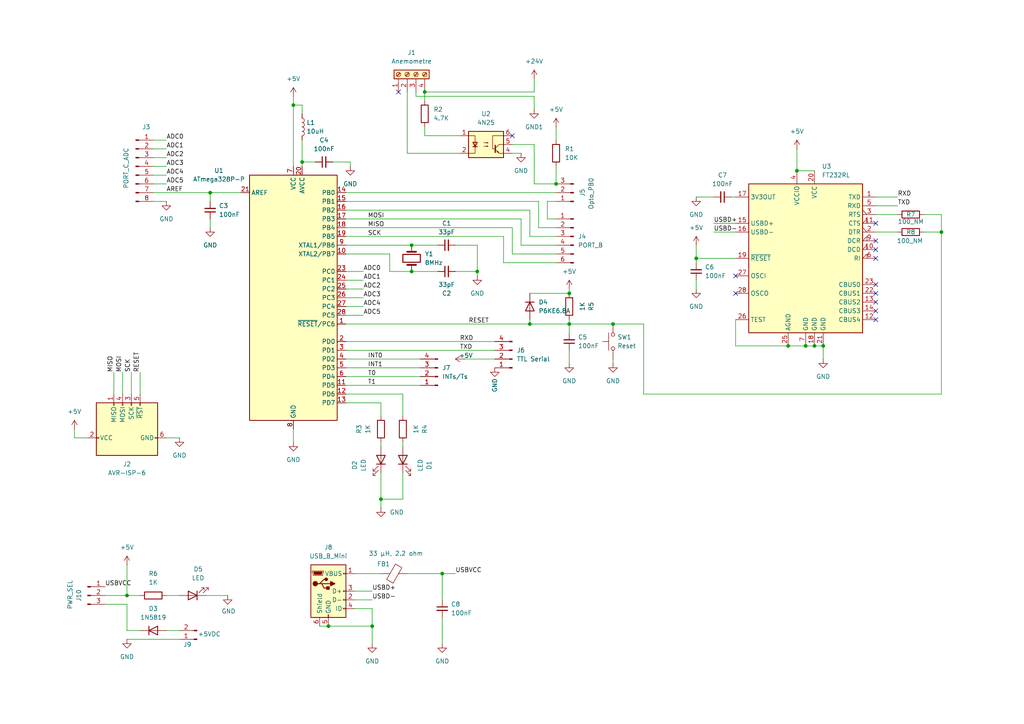
<source format=kicad_sch>
(kicad_sch (version 20250114) (generator "eeschema") (generator_version "9.0")
  (paper "A4")
  (lib_symbols
    (symbol "Connector:AVR-ISP-6" (pin_names (offset 1.016))
      (property "Reference" "J" (at -6.35 11.43 0))
      (property "Value" "AVR-ISP-6" (at 0 11.43 0))
      (symbol "AVR-ISP-6_1_1"
        (pin passive line (at -2.54 12.7 270) (length 2.54) (name "VCC") (number "2"))
        (pin passive line (at -2.54 -10.16 90) (length 2.54) (name "GND") (number "6"))
        (pin passive line (at 10.16 5.08 180) (length 2.54) (name "MISO") (number "1"))
        (pin passive line (at 10.16 2.54 180) (length 2.54) (name "MOSI") (number "4"))
        (pin passive line (at 10.16 0 180) (length 2.54) (name "SCK") (number "3"))
        (pin passive line (at 10.16 -2.54 180) (length 2.54) (name "~{RST}") (number "5"))
      )
    )
    (symbol "Connector:Conn_01x02_Pin" (pin_names (offset 1.016) (hide yes))
      (property "Reference" "J" (at 0 2.54 0))
      (property "Value" "Conn_01x02_Pin" (at 0 -5.08 0))
      (symbol "Conn_01x02_Pin_1_1"
        (pin passive line (at 5.08 0 180) (length 3.81) (name "Pin_1") (number "1"))
        (pin passive line (at 5.08 -2.54 180) (length 3.81) (name "Pin_2") (number "2"))
      )
    )
    (symbol "Connector:Conn_01x03_Pin" (pin_names (offset 1.016) (hide yes))
      (property "Reference" "J" (at 0 5.08 0))
      (property "Value" "Conn_01x03_Pin" (at 0 -5.08 0))
      (symbol "Conn_01x03_Pin_1_1"
        (pin passive line (at 5.08 2.54 180) (length 3.81) (name "Pin_1") (number "1"))
        (pin passive line (at 5.08 0 180) (length 3.81) (name "Pin_2") (number "2"))
        (pin passive line (at 5.08 -2.54 180) (length 3.81) (name "Pin_3") (number "3"))
      )
    )
    (symbol "Connector:Conn_01x04_Pin" (pin_names (offset 1.016) (hide yes))
      (property "Reference" "J" (at 0 5.08 0))
      (property "Value" "Conn_01x04_Pin" (at 0 -7.62 0))
      (symbol "Conn_01x04_Pin_1_1"
        (pin passive line (at 5.08 2.54 180) (length 3.81) (name "Pin_1") (number "1"))
        (pin passive line (at 5.08 0 180) (length 3.81) (name "Pin_2") (number "2"))
        (pin passive line (at 5.08 -2.54 180) (length 3.81) (name "Pin_3") (number "3"))
        (pin passive line (at 5.08 -5.08 180) (length 3.81) (name "Pin_4") (number "4"))
      )
    )
    (symbol "Connector:Conn_01x06_Pin" (pin_names (offset 1.016) (hide yes))
      (property "Reference" "J" (at 0 7.62 0))
      (property "Value" "Conn_01x06_Pin" (at 0 -10.16 0))
      (symbol "Conn_01x06_Pin_1_1"
        (pin passive line (at 5.08 5.08 180) (length 3.81) (name "Pin_1") (number "1"))
        (pin passive line (at 5.08 2.54 180) (length 3.81) (name "Pin_2") (number "2"))
        (pin passive line (at 5.08 0 180) (length 3.81) (name "Pin_3") (number "3"))
        (pin passive line (at 5.08 -2.54 180) (length 3.81) (name "Pin_4") (number "4"))
        (pin passive line (at 5.08 -5.08 180) (length 3.81) (name "Pin_5") (number "5"))
        (pin passive line (at 5.08 -7.62 180) (length 3.81) (name "Pin_6") (number "6"))
      )
    )
    (symbol "Connector:Conn_01x08_Pin" (pin_names (offset 1.016) (hide yes))
      (property "Reference" "J" (at 0 10.16 0))
      (property "Value" "Conn_01x08_Pin" (at 0 -12.7 0))
      (symbol "Conn_01x08_Pin_1_1"
        (pin passive line (at 5.08 7.62 180) (length 3.81) (name "Pin_1") (number "1"))
        (pin passive line (at 5.08 5.08 180) (length 3.81) (name "Pin_2") (number "2"))
        (pin passive line (at 5.08 2.54 180) (length 3.81) (name "Pin_3") (number "3"))
        (pin passive line (at 5.08 0 180) (length 3.81) (name "Pin_4") (number "4"))
        (pin passive line (at 5.08 -2.54 180) (length 3.81) (name "Pin_5") (number "5"))
        (pin passive line (at 5.08 -5.08 180) (length 3.81) (name "Pin_6") (number "6"))
        (pin passive line (at 5.08 -7.62 180) (length 3.81) (name "Pin_7") (number "7"))
        (pin passive line (at 5.08 -10.16 180) (length 3.81) (name "Pin_8") (number "8"))
      )
    )
    (symbol "Connector:Screw_Terminal_01x04" (pin_names (offset 1.016) (hide yes))
      (property "Reference" "J" (at 0 5.08 0))
      (property "Value" "Screw_Terminal_01x04" (at 0 -7.62 0))
      (symbol "Screw_Terminal_01x04_1_1"
        (pin passive line (at -5.08 2.54 0) (length 3.81) (name "Pin_1") (number "1"))
        (pin passive line (at -5.08 0 0) (length 3.81) (name "Pin_2") (number "2"))
        (pin passive line (at -5.08 -2.54 0) (length 3.81) (name "Pin_3") (number "3"))
        (pin passive line (at -5.08 -5.08 0) (length 3.81) (name "Pin_4") (number "4"))
      )
    )
    (symbol "Connector:USB_B_Micro" (pin_names (offset 1.016))
      (property "Reference" "J" (at -5.08 11.43 0))
      (property "Value" "USB_B_Micro" (at -5.08 8.89 0))
      (symbol "USB_B_Micro_1_1"
        (pin passive line (at -2.54 -10.16 90) (length 2.54) (name "Shield") (number "6"))
        (pin power_out line (at 0 -10.16 90) (length 2.54) (name "GND") (number "5"))
        (pin power_out line (at 7.62 5.08 180) (length 2.54) (name "VBUS") (number "1"))
        (pin bidirectional line (at 7.62 0 180) (length 2.54) (name "D+") (number "3"))
        (pin bidirectional line (at 7.62 -2.54 180) (length 2.54) (name "D-") (number "2"))
        (pin passive line (at 7.62 -5.08 180) (length 2.54) (name "ID") (number "4"))
      )
    )
    (symbol "Device:C_Small" (pin_numbers (hide yes)) (pin_names (offset 0.254) (hide yes))
      (property "Reference" "C" (at 0.254 1.778 0))
      (property "Value" "C_Small" (at 0.254 -2.032 0))
      (symbol "C_Small_1_1"
        (pin passive line (at 0 2.54 270) (length 2.032) (name "~") (number "1"))
        (pin passive line (at 0 -2.54 90) (length 2.032) (name "~") (number "2"))
      )
    )
    (symbol "Device:Crystal" (pin_numbers (hide yes)) (pin_names (offset 1.016) (hide yes))
      (property "Reference" "Y" (at 0 3.81 0))
      (property "Value" "Crystal" (at 0 -3.81 0))
      (symbol "Crystal_1_1"
        (pin passive line (at -3.81 0 0) (length 1.27) (name "1") (number "1"))
        (pin passive line (at 3.81 0 180) (length 1.27) (name "2") (number "2"))
      )
    )
    (symbol "Device:Ferrite_Bead" (pin_numbers (hide yes)) (pin_names (offset 0))
      (property "Reference" "FB" (at -3.81 0.635 90))
      (property "Value" "Device_Ferrite_Bead" (at 3.81 0 90))
      (symbol "Ferrite_Bead_1_1"
        (pin passive line (at 0 3.81 270) (length 2.54) (name "~") (number "1"))
        (pin passive line (at 0 -3.81 90) (length 2.54) (name "~") (number "2"))
      )
    )
    (symbol "Device:L" (pin_numbers (hide yes)) (pin_names (offset 1.016) (hide yes))
      (property "Reference" "L" (at -1.27 0 90))
      (property "Value" "L" (at 1.905 0 90))
      (symbol "L_1_1"
        (pin passive line (at 0 3.81 270) (length 1.27) (name "1") (number "1"))
        (pin passive line (at 0 -3.81 90) (length 1.27) (name "2") (number "2"))
      )
    )
    (symbol "Device:LED" (pin_numbers (hide yes)) (pin_names (offset 1.016) (hide yes))
      (property "Reference" "D" (at 0 2.54 0))
      (property "Value" "LED" (at 0 -2.54 0))
      (symbol "LED_1_1"
        (pin passive line (at -3.81 0 0) (length 2.54) (name "K") (number "1"))
        (pin passive line (at 3.81 0 180) (length 2.54) (name "A") (number "2"))
      )
    )
    (symbol "Device:R" (pin_numbers (hide yes)) (pin_names (offset 0))
      (property "Reference" "R" (at 2.032 0 90))
      (property "Value" "R" (at 0 0 90))
      (symbol "R_1_1"
        (pin passive line (at 0 3.81 270) (length 1.27) (name "~") (number "1"))
        (pin passive line (at 0 -3.81 90) (length 1.27) (name "~") (number "2"))
      )
    )
    (symbol "Diode:1N4001" (pin_numbers (hide yes)) (pin_names (hide yes))
      (property "Reference" "D" (at 0 2.54 0))
      (property "Value" "1N4001" (at 0 -2.54 0))
      (symbol "1N4001_1_1"
        (pin passive line (at -3.81 0 0) (length 2.54) (name "K") (number "1"))
        (pin passive line (at 3.81 0 180) (length 2.54) (name "A") (number "2"))
      )
    )
    (symbol "Interface_USB:FT232RL"
      (property "Reference" "U" (at -16.51 22.86 0))
      (property "Value" "FT232RL" (at 10.16 22.86 0))
      (symbol "FT232RL_1_1"
        (pin power_out line (at -20.32 17.78 0) (length 3.81) (name "3V3OUT") (number "17"))
        (pin bidirectional line (at -20.32 10.16 0) (length 3.81) (name "USBD+") (number "15"))
        (pin bidirectional line (at -20.32 7.62 0) (length 3.81) (name "USBD-") (number "16"))
        (pin input line (at -20.32 0 0) (length 3.81) (name "~{RESET}") (number "19"))
        (pin input line (at -20.32 -5.08 0) (length 3.81) (name "OSCI") (number "27"))
        (pin output line (at -20.32 -10.16 0) (length 3.81) (name "OSCO") (number "28"))
        (pin input line (at -20.32 -17.78 0) (length 3.81) (name "TEST") (number "26"))
        (pin power_in line (at -5.08 -25.4 90) (length 3.81) (name "AGND") (number "25"))
        (pin power_in line (at -2.54 25.4 270) (length 3.81) (name "VCCIO") (number "4"))
        (pin power_in line (at 0 -25.4 90) (length 3.81) (name "GND") (number "7"))
        (pin power_in line (at 2.54 25.4 270) (length 3.81) (name "VCC") (number "20"))
        (pin power_in line (at 2.54 -25.4 90) (length 3.81) (name "GND") (number "18"))
        (pin power_in line (at 5.08 -25.4 90) (length 3.81) (name "GND") (number "21"))
        (pin output line (at 20.32 17.78 180) (length 3.81) (name "TXD") (number "1"))
        (pin input line (at 20.32 15.24 180) (length 3.81) (name "RXD") (number "5"))
        (pin output output_low (at 20.32 12.7 180) (length 3.81) (name "RTS") (number "3"))
        (pin input input_low (at 20.32 10.16 180) (length 3.81) (name "CTS") (number "11"))
        (pin output output_low (at 20.32 7.62 180) (length 3.81) (name "DTR") (number "2"))
        (pin input input_low (at 20.32 5.08 180) (length 3.81) (name "DCR") (number "9"))
        (pin input input_low (at 20.32 2.54 180) (length 3.81) (name "DCD") (number "10"))
        (pin input input_low (at 20.32 0 180) (length 3.81) (name "RI") (number "6"))
        (pin bidirectional line (at 20.32 -7.62 180) (length 3.81) (name "CBUS0") (number "23"))
        (pin bidirectional line (at 20.32 -10.16 180) (length 3.81) (name "CBUS1") (number "22"))
        (pin bidirectional line (at 20.32 -12.7 180) (length 3.81) (name "CBUS2") (number "13"))
        (pin bidirectional line (at 20.32 -15.24 180) (length 3.81) (name "CBUS3") (number "14"))
        (pin bidirectional line (at 20.32 -17.78 180) (length 3.81) (name "CBUS4") (number "12"))
      )
    )
    (symbol "Isolator:4N25" (pin_names (offset 1.016))
      (property "Reference" "U" (at -5.08 5.08 0))
      (property "Value" "4N25" (at 0 5.08 0))
      (symbol "4N25_1_1"
        (pin passive line (at -7.62 2.54 0) (length 2.54) (name "~") (number "1"))
        (pin passive line (at -7.62 -2.54 0) (length 2.54) (name "~") (number "2"))
        (pin no_connect line (at -5.08 0 0) (length 2.54) (hide yes) (name "NC") (number "3"))
        (pin passive line (at 7.62 2.54 180) (length 2.54) (name "~") (number "6"))
        (pin passive line (at 7.62 0 180) (length 2.54) (name "~") (number "5"))
        (pin passive line (at 7.62 -2.54 180) (length 2.54) (name "~") (number "4"))
      )
    )
    (symbol "MCU_Microchip_ATmega:ATmega328P-P"
      (property "Reference" "U" (at -12.7 36.83 0))
      (property "Value" "ATmega328P-P" (at 2.54 -36.83 0))
      (symbol "ATmega328P-P_1_1"
        (pin passive line (at -15.24 30.48 0) (length 2.54) (name "AREF") (number "21"))
        (pin power_in line (at 0 38.1 270) (length 2.54) (name "VCC") (number "7"))
        (pin passive line (at 0 -38.1 90) (length 2.54) (hide yes) (name "GND") (number "22"))
        (pin power_in line (at 0 -38.1 90) (length 2.54) (name "GND") (number "8"))
        (pin power_in line (at 2.54 38.1 270) (length 2.54) (name "AVCC") (number "20"))
        (pin bidirectional line (at 15.24 30.48 180) (length 2.54) (name "PB0") (number "14"))
        (pin bidirectional line (at 15.24 27.94 180) (length 2.54) (name "PB1") (number "15"))
        (pin bidirectional line (at 15.24 25.4 180) (length 2.54) (name "PB2") (number "16"))
        (pin bidirectional line (at 15.24 22.86 180) (length 2.54) (name "PB3") (number "17"))
        (pin bidirectional line (at 15.24 20.32 180) (length 2.54) (name "PB4") (number "18"))
        (pin bidirectional line (at 15.24 17.78 180) (length 2.54) (name "PB5") (number "19"))
        (pin bidirectional line (at 15.24 15.24 180) (length 2.54) (name "XTAL1/PB6") (number "9"))
        (pin bidirectional line (at 15.24 12.7 180) (length 2.54) (name "XTAL2/PB7") (number "10"))
        (pin bidirectional line (at 15.24 7.62 180) (length 2.54) (name "PC0") (number "23"))
        (pin bidirectional line (at 15.24 5.08 180) (length 2.54) (name "PC1") (number "24"))
        (pin bidirectional line (at 15.24 2.54 180) (length 2.54) (name "PC2") (number "25"))
        (pin bidirectional line (at 15.24 0 180) (length 2.54) (name "PC3") (number "26"))
        (pin bidirectional line (at 15.24 -2.54 180) (length 2.54) (name "PC4") (number "27"))
        (pin bidirectional line (at 15.24 -5.08 180) (length 2.54) (name "PC5") (number "28"))
        (pin bidirectional line (at 15.24 -7.62 180) (length 2.54) (name "~{RESET}/PC6") (number "1"))
        (pin bidirectional line (at 15.24 -12.7 180) (length 2.54) (name "PD0") (number "2"))
        (pin bidirectional line (at 15.24 -15.24 180) (length 2.54) (name "PD1") (number "3"))
        (pin bidirectional line (at 15.24 -17.78 180) (length 2.54) (name "PD2") (number "4"))
        (pin bidirectional line (at 15.24 -20.32 180) (length 2.54) (name "PD3") (number "5"))
        (pin bidirectional line (at 15.24 -22.86 180) (length 2.54) (name "PD4") (number "6"))
        (pin bidirectional line (at 15.24 -25.4 180) (length 2.54) (name "PD5") (number "11"))
        (pin bidirectional line (at 15.24 -27.94 180) (length 2.54) (name "PD6") (number "12"))
        (pin bidirectional line (at 15.24 -30.48 180) (length 2.54) (name "PD7") (number "13"))
      )
    )
    (symbol "Switch:SW_Push" (pin_numbers (hide yes)) (pin_names (offset 1.016) (hide yes))
      (property "Reference" "SW" (at 1.27 2.54 0))
      (property "Value" "SW_Push" (at 0 -1.524 0))
      (symbol "SW_Push_0_1"
        (pin passive line (at -5.08 0 0) (length 2.54) (name "1") (number "1"))
        (pin passive line (at 5.08 0 180) (length 2.54) (name "2") (number "2"))
      )
    )
    (symbol "power:+24V" (power) (pin_numbers (hide yes)) (pin_names (offset 0) (hide yes))
      (property "Value" "+24V" (at 0 3.556 0))
      (symbol "+24V_1_1"
        (pin power_in line (at 0 0 90) (length 0) (name "~") (number "1"))
      )
    )
    (symbol "power:+5V" (power) (pin_numbers (hide yes)) (pin_names (offset 0) (hide yes))
      (property "Value" "+5V" (at 0 3.556 0))
      (symbol "+5V_1_1"
        (pin power_in line (at 0 0 90) (length 0) (name "~") (number "1"))
      )
    )
    (symbol "power:GND" (power) (pin_numbers (hide yes)) (pin_names (offset 0) (hide yes))
      (property "Value" "GND" (at 0 -3.81 0))
      (symbol "GND_1_1"
        (pin power_in line (at 0 0 270) (length 0) (name "~") (number "1"))
      )
    )
    (symbol "power:GND1" (power) (pin_numbers (hide yes)) (pin_names (offset 0) (hide yes))
      (property "Value" "GND1" (at 0 -3.81 0))
      (symbol "GND1_1_1"
        (pin power_in line (at 0 0 270) (length 0) (name "~") (number "1"))
      )
    )
  )
  (junction (at 85.09 30.48))
  (junction (at 231.14 49.53))
  (junction (at 60.96 55.88))
  (junction (at 119.38 78.74))
  (junction (at 153.67 93.98))
  (junction (at 95.25 181.61))
  (junction (at 273.05 67.31))
  (junction (at 107.95 181.61))
  (junction (at 177.8 93.98))
  (junction (at 110.49 144.78))
  (junction (at 123.19 26.67))
  (junction (at 165.1 85.09))
  (junction (at 138.43 78.74))
  (junction (at 165.1 93.98))
  (junction (at 201.93 74.93))
  (junction (at 36.83 172.72))
  (junction (at 236.22 100.33))
  (junction (at 228.6 100.33))
  (junction (at 161.29 53.34))
  (junction (at 87.63 46.99))
  (junction (at 128.27 166.37))
  (junction (at 233.68 100.33))
  (junction (at 238.76 100.33))
  (junction (at 119.38 71.12))
  (no_connect (at 254 90.17))
  (no_connect (at 213.36 85.09))
  (no_connect (at 213.36 80.01))
  (no_connect (at 254 85.09))
  (no_connect (at 254 69.85))
  (no_connect (at 254 87.63))
  (no_connect (at 148.59 39.37))
  (no_connect (at 254 72.39))
  (no_connect (at 254 64.77))
  (no_connect (at 254 92.71))
  (no_connect (at 254 74.93))
  (no_connect (at 115.57 26.67))
  (no_connect (at 254 82.55))
  (wire (pts (xy 48.26 58.42) (xy 44.45 58.42)))
  (wire (pts (xy 148.59 66.04) (xy 148.59 73.66)))
  (wire (pts (xy 100.33 71.12) (xy 119.38 71.12)))
  (wire (pts (xy 116.84 114.3) (xy 116.84 120.65)))
  (wire (pts (xy 154.94 22.86) (xy 154.94 26.67)))
  (wire (pts (xy 148.59 41.91) (xy 154.94 41.91)))
  (wire (pts (xy 201.93 74.93) (xy 201.93 76.2)))
  (wire (pts (xy 138.43 71.12) (xy 138.43 78.74)))
  (wire (pts (xy 52.07 172.72) (xy 48.26 172.72)))
  (wire (pts (xy 161.29 36.83) (xy 161.29 40.64)))
  (wire (pts (xy 48.26 50.8) (xy 44.45 50.8)))
  (wire (pts (xy 100.33 68.58) (xy 146.05 68.58)))
  (wire (pts (xy 165.1 96.52) (xy 165.1 93.98)))
  (wire (pts (xy 48.26 40.64) (xy 44.45 40.64)))
  (wire (pts (xy 212.09 57.15) (xy 213.36 57.15)))
  (wire (pts (xy 213.36 100.33) (xy 228.6 100.33)))
  (wire (pts (xy 110.49 166.37) (xy 102.87 166.37)))
  (wire (pts (xy 21.59 127) (xy 25.4 127)))
  (wire (pts (xy 151.13 63.5) (xy 151.13 71.12)))
  (wire (pts (xy 138.43 80.01) (xy 138.43 78.74)))
  (wire (pts (xy 186.69 114.3) (xy 273.05 114.3)))
  (wire (pts (xy 36.83 163.83) (xy 36.83 172.72)))
  (wire (pts (xy 154.94 26.67) (xy 123.19 26.67)))
  (wire (pts (xy 100.33 58.42) (xy 156.21 58.42)))
  (wire (pts (xy 92.71 181.61) (xy 95.25 181.61)))
  (wire (pts (xy 105.41 88.9) (xy 100.33 88.9)))
  (wire (pts (xy 154.94 41.91) (xy 154.94 53.34)))
  (wire (pts (xy 48.26 48.26) (xy 44.45 48.26)))
  (wire (pts (xy 148.59 73.66) (xy 161.29 73.66)))
  (wire (pts (xy 44.45 55.88) (xy 60.96 55.88)))
  (wire (pts (xy 100.33 60.96) (xy 153.67 60.96)))
  (wire (pts (xy 118.11 44.45) (xy 133.35 44.45)))
  (wire (pts (xy 146.05 68.58) (xy 146.05 76.2)))
  (wire (pts (xy 154.94 27.94) (xy 120.65 27.94)))
  (wire (pts (xy 100.33 55.88) (xy 161.29 55.88)))
  (wire (pts (xy 118.11 44.45) (xy 118.11 26.67)))
  (wire (pts (xy 207.01 67.31) (xy 213.36 67.31)))
  (wire (pts (xy 260.35 67.31) (xy 254 67.31)))
  (wire (pts (xy 119.38 78.74) (xy 127 78.74)))
  (wire (pts (xy 118.11 166.37) (xy 128.27 166.37)))
  (wire (pts (xy 153.67 60.96) (xy 153.67 68.58)))
  (wire (pts (xy 87.63 46.99) (xy 91.44 46.99)))
  (wire (pts (xy 153.67 93.98) (xy 165.1 93.98)))
  (wire (pts (xy 119.38 71.12) (xy 127 71.12)))
  (wire (pts (xy 123.19 39.37) (xy 133.35 39.37)))
  (wire (pts (xy 116.84 129.54) (xy 116.84 128.27)))
  (wire (pts (xy 100.33 111.76) (xy 121.92 111.76)))
  (wire (pts (xy 254 57.15) (xy 260.35 57.15)))
  (wire (pts (xy 158.75 63.5) (xy 161.29 63.5)))
  (wire (pts (xy 105.41 91.44) (xy 100.33 91.44)))
  (wire (pts (xy 201.93 71.12) (xy 201.93 74.93)))
  (wire (pts (xy 100.33 63.5) (xy 151.13 63.5)))
  (wire (pts (xy 110.49 116.84) (xy 100.33 116.84)))
  (wire (pts (xy 113.03 73.66) (xy 113.03 78.74)))
  (wire (pts (xy 154.94 53.34) (xy 161.29 53.34)))
  (wire (pts (xy 107.95 171.45) (xy 102.87 171.45)))
  (wire (pts (xy 201.93 74.93) (xy 213.36 74.93)))
  (wire (pts (xy 36.83 175.26) (xy 30.48 175.26)))
  (wire (pts (xy 107.95 181.61) (xy 107.95 186.69)))
  (wire (pts (xy 105.41 78.74) (xy 100.33 78.74)))
  (wire (pts (xy 30.48 172.72) (xy 36.83 172.72)))
  (wire (pts (xy 238.76 100.33) (xy 238.76 104.14)))
  (wire (pts (xy 36.83 182.88) (xy 40.64 182.88)))
  (wire (pts (xy 36.83 172.72) (xy 40.64 172.72)))
  (wire (pts (xy 107.95 173.99) (xy 102.87 173.99)))
  (wire (pts (xy 207.01 64.77) (xy 213.36 64.77)))
  (wire (pts (xy 273.05 114.3) (xy 273.05 67.31)))
  (wire (pts (xy 96.52 46.99) (xy 101.6 46.99)))
  (wire (pts (xy 85.09 128.27) (xy 85.09 124.46)))
  (wire (pts (xy 85.09 27.94) (xy 85.09 30.48)))
  (wire (pts (xy 48.26 53.34) (xy 44.45 53.34)))
  (wire (pts (xy 38.1 107.95) (xy 38.1 114.3)))
  (wire (pts (xy 151.13 71.12) (xy 161.29 71.12)))
  (wire (pts (xy 60.96 55.88) (xy 69.85 55.88)))
  (wire (pts (xy 48.26 45.72) (xy 44.45 45.72)))
  (wire (pts (xy 116.84 114.3) (xy 100.33 114.3)))
  (wire (pts (xy 161.29 48.26) (xy 161.29 53.34)))
  (wire (pts (xy 105.41 86.36) (xy 100.33 86.36)))
  (wire (pts (xy 21.59 124.46) (xy 21.59 127)))
  (wire (pts (xy 85.09 30.48) (xy 87.63 30.48)))
  (wire (pts (xy 101.6 46.99) (xy 101.6 48.26)))
  (wire (pts (xy 165.1 83.82) (xy 165.1 85.09)))
  (wire (pts (xy 165.1 93.98) (xy 165.1 92.71)))
  (wire (pts (xy 128.27 166.37) (xy 132.08 166.37)))
  (wire (pts (xy 120.65 27.94) (xy 120.65 26.67)))
  (wire (pts (xy 156.21 58.42) (xy 156.21 66.04)))
  (wire (pts (xy 134.62 104.14) (xy 143.51 104.14)))
  (wire (pts (xy 153.67 93.98) (xy 153.67 92.71)))
  (wire (pts (xy 260.35 62.23) (xy 254 62.23)))
  (wire (pts (xy 273.05 67.31) (xy 267.97 67.31)))
  (wire (pts (xy 273.05 67.31) (xy 273.05 62.23)))
  (wire (pts (xy 105.41 83.82) (xy 100.33 83.82)))
  (wire (pts (xy 161.29 58.42) (xy 158.75 58.42)))
  (wire (pts (xy 231.14 43.18) (xy 231.14 49.53)))
  (wire (pts (xy 110.49 144.78) (xy 110.49 147.32)))
  (wire (pts (xy 48.26 182.88) (xy 52.07 182.88)))
  (wire (pts (xy 100.33 101.6) (xy 143.51 101.6)))
  (wire (pts (xy 177.8 93.98) (xy 186.69 93.98)))
  (wire (pts (xy 231.14 49.53) (xy 236.22 49.53)))
  (wire (pts (xy 95.25 181.61) (xy 107.95 181.61)))
  (wire (pts (xy 52.07 127) (xy 48.26 127)))
  (wire (pts (xy 66.04 172.72) (xy 59.69 172.72)))
  (wire (pts (xy 100.33 109.22) (xy 121.92 109.22)))
  (wire (pts (xy 48.26 43.18) (xy 44.45 43.18)))
  (wire (pts (xy 40.64 107.95) (xy 40.64 114.3)))
  (wire (pts (xy 186.69 114.3) (xy 186.69 93.98)))
  (wire (pts (xy 87.63 40.64) (xy 87.63 46.99)))
  (wire (pts (xy 85.09 30.48) (xy 85.09 48.26)))
  (wire (pts (xy 138.43 78.74) (xy 132.08 78.74)))
  (wire (pts (xy 100.33 99.06) (xy 143.51 99.06)))
  (wire (pts (xy 35.56 107.95) (xy 35.56 114.3)))
  (wire (pts (xy 213.36 92.71) (xy 213.36 100.33)))
  (wire (pts (xy 100.33 104.14) (xy 121.92 104.14)))
  (wire (pts (xy 100.33 73.66) (xy 113.03 73.66)))
  (wire (pts (xy 110.49 116.84) (xy 110.49 120.65)))
  (wire (pts (xy 153.67 68.58) (xy 161.29 68.58)))
  (wire (pts (xy 254 59.69) (xy 260.35 59.69)))
  (wire (pts (xy 110.49 137.16) (xy 110.49 144.78)))
  (wire (pts (xy 60.96 66.04) (xy 60.96 63.5)))
  (wire (pts (xy 116.84 137.16) (xy 116.84 144.78)))
  (wire (pts (xy 60.96 58.42) (xy 60.96 55.88)))
  (wire (pts (xy 102.87 176.53) (xy 107.95 176.53)))
  (wire (pts (xy 128.27 179.07) (xy 128.27 186.69)))
  (wire (pts (xy 100.33 66.04) (xy 148.59 66.04)))
  (wire (pts (xy 105.41 81.28) (xy 100.33 81.28)))
  (wire (pts (xy 87.63 30.48) (xy 87.63 33.02)))
  (wire (pts (xy 36.83 175.26) (xy 36.83 182.88)))
  (wire (pts (xy 177.8 105.41) (xy 177.8 104.14)))
  (wire (pts (xy 33.02 107.95) (xy 33.02 114.3)))
  (wire (pts (xy 128.27 166.37) (xy 128.27 173.99)))
  (wire (pts (xy 273.05 62.23) (xy 267.97 62.23)))
  (wire (pts (xy 87.63 46.99) (xy 87.63 48.26)))
  (wire (pts (xy 107.95 176.53) (xy 107.95 181.61)))
  (wire (pts (xy 151.13 44.45) (xy 148.59 44.45)))
  (wire (pts (xy 146.05 76.2) (xy 161.29 76.2)))
  (wire (pts (xy 201.93 83.82) (xy 201.93 81.28)))
  (wire (pts (xy 156.21 66.04) (xy 161.29 66.04)))
  (wire (pts (xy 165.1 105.41) (xy 165.1 101.6)))
  (wire (pts (xy 153.67 85.09) (xy 165.1 85.09)))
  (wire (pts (xy 116.84 144.78) (xy 110.49 144.78)))
  (wire (pts (xy 228.6 100.33) (xy 233.68 100.33)))
  (wire (pts (xy 100.33 106.68) (xy 121.92 106.68)))
  (wire (pts (xy 110.49 128.27) (xy 110.49 129.54)))
  (wire (pts (xy 123.19 26.67) (xy 123.19 29.21)))
  (wire (pts (xy 154.94 31.75) (xy 154.94 27.94)))
  (wire (pts (xy 233.68 100.33) (xy 236.22 100.33)))
  (wire (pts (xy 113.03 78.74) (xy 119.38 78.74)))
  (wire (pts (xy 132.08 71.12) (xy 138.43 71.12)))
  (wire (pts (xy 236.22 100.33) (xy 238.76 100.33)))
  (wire (pts (xy 36.83 185.42) (xy 52.07 185.42)))
  (wire (pts (xy 165.1 93.98) (xy 177.8 93.98)))
  (wire (pts (xy 158.75 58.42) (xy 158.75 63.5)))
  (wire (pts (xy 100.33 93.98) (xy 153.67 93.98)))
  (wire (pts (xy 201.93 57.15) (xy 207.01 57.15)))
  (wire (pts (xy 123.19 39.37) (xy 123.19 36.83)))
  (label "RESET" (at 40.64 107.95 90))
  (label "USBVCC" (at 30.48 170.18 0))
  (label "USBD-" (at 207.01 67.31 0))
  (label "USBD-" (at 107.95 173.99 0))
  (label "T0" (at 106.68 109.22 0))
  (label "ADC3" (at 105.41 86.36 0))
  (label "USBVCC" (at 132.08 166.37 0))
  (label "ADC5" (at 48.26 53.34 0))
  (label "MISO" (at 106.68 66.04 0))
  (label "MOSI" (at 35.56 107.95 90))
  (label "INT0" (at 106.68 104.14 0))
  (label "ADC0" (at 105.41 78.74 0))
  (label "USBD+" (at 107.95 171.45 0))
  (label "ADC2" (at 48.26 45.72 0))
  (label "TXD" (at 260.35 59.69 0))
  (label "SCK" (at 38.1 107.95 90))
  (label "MOSI" (at 106.68 63.5 0))
  (label "MISO" (at 33.02 107.95 90))
  (label "TXD" (at 133.35 101.6 0))
  (label "RXD" (at 260.35 57.15 0))
  (label "ADC2" (at 105.41 83.82 0))
  (label "RESET" (at 135.89 93.98 0))
  (label "ADC3" (at 48.26 48.26 0))
  (label "USBD+" (at 207.01 64.77 0))
  (label "INT1" (at 106.68 106.68 0))
  (label "SCK" (at 106.68 68.58 0))
  (label "ADC0" (at 48.26 40.64 0))
  (label "ADC4" (at 105.41 88.9 0))
  (label "ADC4" (at 48.26 50.8 0))
  (label "ADC5" (at 105.41 91.44 0))
  (label "RXD" (at 133.35 99.06 0))
  (label "ADC1" (at 105.41 81.28 0))
  (label "T1" (at 106.68 111.76 0))
  (label "AREF" (at 48.26 55.88 0))
  (label "ADC1" (at 48.26 43.18 0))
  (symbol (lib_id "Device:Ferrite_Bead") (at 114.3 166.37 270) (unit 1)
    (property "Reference" "FB1" (at 111.252 163.576 90))
    (property "Value" "33 µH, 2.2 ohm" (at 114.808 160.528 90))
    (property "Footprint" "Inductor_SMD:L_0805_2012Metric" (effects (hide yes)))
    (property "Farnell" "3648165" (effects (hide yes)))
    (property "MPN" "MLF1608C330KTD25" (effects (hide yes)))
  )
  (symbol (lib_id "Connector:Conn_01x03_Pin") (at 25.4 172.72 0) (unit 1)
    (property "Reference" "J10" (at 22.86 172.72 90))
    (property "Value" "PWR_SEL" (at 20.32 172.466 90))
    (property "Footprint" "Connector_PinHeader_2.54mm:PinHeader_1x03_P2.54mm_Vertical" (effects (hide yes)))
    (property "Description" "Generic connector, single row, 01x03, script generated" (effects (hide yes)))
  )
  (symbol (lib_id "power:+5V") (at 36.83 163.83 0) (unit 1)
    (property "Reference" "#PWR026" (effects (hide yes)))
    (property "Value" "+5V" (at 36.83 158.75 0))
    (property "Description" "Power symbol creates a global label with name \"+5V\"" (effects (hide yes)))
  )
  (symbol (lib_id "power:+5V") (at 231.14 43.18 0) (unit 1)
    (property "Reference" "#PWR024" (effects (hide yes)))
    (property "Value" "+5V" (at 231.14 38.1 0))
    (property "Description" "Power symbol creates a global label with name \"+5V\"" (effects (hide yes)))
  )
  (symbol (lib_id "Connector:Conn_01x04_Pin") (at 127 109.22 180) (unit 1)
    (property "Reference" "J7" (at 128.27 106.6799 0) (effects (justify right)))
    (property "Value" "INTs/Ts" (at 128.27 109.2199 0) (effects (justify right)))
    (property "Footprint" "Connector_PinHeader_2.54mm:PinHeader_1x04_P2.54mm_Vertical" (effects (hide yes)))
    (property "Description" "Generic connector, single row, 01x04, script generated" (effects (hide yes)))
  )
  (symbol (lib_id "power:GND") (at 128.27 186.69 0) (unit 1)
    (property "Reference" "#PWR028" (effects (hide yes)))
    (property "Value" "GND" (at 128.27 191.77 0))
    (property "Description" "Power symbol creates a global label with name \"GND\" , ground" (effects (hide yes)))
  )
  (symbol (lib_id "power:GND") (at 48.26 58.42 0) (unit 1)
    (property "Reference" "#PWR017" (effects (hide yes)))
    (property "Value" "GND" (at 48.26 63.5 0))
    (property "Description" "Power symbol creates a global label with name \"GND\" , ground" (effects (hide yes)))
  )
  (symbol (lib_id "Device:C_Small") (at 129.54 78.74 90) (mirror x) (unit 1)
    (property "Reference" "C2" (at 129.5463 85.09 90))
    (property "Value" "33pF" (at 129.5463 82.55 90))
    (property "Footprint" "Capacitor_THT:C_Disc_D4.3mm_W1.9mm_P5.00mm" (effects (hide yes)))
    (property "Description" "Unpolarized capacitor, small symbol" (effects (hide yes)))
    (property "Farnell" "4143719" (effects (hide yes)))
  )
  (symbol (lib_id "Device:C_Small") (at 165.1 99.06 180) (unit 1)
    (property "Reference" "C5" (at 167.64 97.7835 0) (effects (justify right)))
    (property "Value" "100nF" (at 167.64 100.3235 0) (effects (justify right)))
    (property "Footprint" "Capacitor_THT:C_Disc_D7.0mm_W2.5mm_P5.00mm" (effects (hide yes)))
    (property "Description" "Unpolarized capacitor, small symbol" (effects (hide yes)))
  )
  (symbol (lib_id "Connector:AVR-ISP-6") (at 38.1 124.46 90) (unit 1)
    (property "Reference" "J2" (at 36.83 134.62 90))
    (property "Value" "AVR-ISP-6" (at 36.83 137.16 90))
    (property "Footprint" "Connector_IDC:IDC-Header_2x03_P2.54mm_Vertical" (effects (hide yes)))
    (property "Description" "Atmel 6-pin ISP connector" (effects (hide yes)))
    (property "Farnell" "2293757" (effects (hide yes)))
    (property "MPN" "75869-131LF" (effects (hide yes)))
  )
  (symbol (lib_id "Device:LED") (at 55.88 172.72 180) (unit 1)
    (property "Reference" "D5" (at 57.4675 165.1 0))
    (property "Value" "LED" (at 57.4675 167.64 0))
    (property "Footprint" "LED_THT:LED_D3.0mm" (effects (hide yes)))
    (property "Description" "Light emitting diode" (effects (hide yes)))
    (property "Sim.Pins" "1=K 2=A" (effects (hide yes)))
    (property "Farnell" "2251291" (effects (hide yes)))
  )
  (symbol (lib_id "Diode:1N4001") (at 153.67 88.9 270) (unit 1)
    (property "Reference" "D4" (at 156.21 87.6299 90) (effects (justify left)))
    (property "Value" "P6KE6.8A" (at 156.21 90.1699 90) (effects (justify left)))
    (property "Footprint" "Diode_THT:D_DO-35_SOD27_P10.16mm_Horizontal" (effects (hide yes)))
    (property "Datasheet" "http://www.vishay.com/docs/88503/1n4001.pdf" (effects (hide yes)))
    (property "Description" "50V 1A General Purpose Rectifier Diode, DO-41" (effects (hide yes)))
    (property "Sim.Device" "D" (effects (hide yes)))
    (property "Sim.Pins" "1=K 2=A" (effects (hide yes)))
    (property "Farnell" "3288608" (effects (hide yes)))
    (property "MPN" "P6KE6.8A" (effects (hide yes)))
  )
  (symbol (lib_id "power:+5V") (at 21.59 124.46 0) (unit 1)
    (property "Reference" "#PWR09" (effects (hide yes)))
    (property "Value" "+5V" (at 21.59 119.38 0))
    (property "Description" "Power symbol creates a global label with name \"+5V\"" (effects (hide yes)))
  )
  (symbol (lib_id "Isolator:4N25") (at 140.97 41.91 0) (unit 1)
    (property "Reference" "U2" (at 140.97 33.02 0))
    (property "Value" "4N25" (at 140.97 35.56 0))
    (property "Footprint" "Package_DIP:DIP-6_W7.62mm" (effects (hide yes)))
    (property "Datasheet" "https://www.vishay.com/docs/83725/4n25.pdf" (effects (hide yes)))
    (property "Description" "DC Optocoupler Base Connected, Vce 30V, CTR 20%, Viso 2500V, DIP6" (effects (hide yes)))
    (property "Farnell" "1045402" (effects (hide yes)))
    (property "MPN" "CNY75A" (effects (hide yes)))
  )
  (symbol (lib_id "power:GND") (at 201.93 83.82 0) (unit 1)
    (property "Reference" "#PWR022" (effects (hide yes)))
    (property "Value" "GND" (at 201.93 88.9 0))
    (property "Description" "Power symbol creates a global label with name \"GND\" , ground" (effects (hide yes)))
  )
  (symbol (lib_id "Device:C_Small") (at 201.93 78.74 180) (unit 1)
    (property "Reference" "C6" (at 204.47 77.4635 0) (effects (justify right)))
    (property "Value" "100nF" (at 204.47 80.0035 0) (effects (justify right)))
    (property "Footprint" "Capacitor_SMD:C_0805_2012Metric_Pad1.18x1.45mm_HandSolder" (effects (hide yes)))
    (property "Description" "Unpolarized capacitor, small symbol" (effects (hide yes)))
    (property "MPN" "MC0805B104M160CT" (effects (hide yes)))
    (property "Farnell" "1708714" (effects (hide yes)))
  )
  (symbol (lib_id "Connector:Conn_01x03_Pin") (at 166.37 55.88 180) (unit 1)
    (property "Reference" "J5" (at 168.91 55.88 90))
    (property "Value" "Opto_PB0" (at 171.45 56.134 90))
    (property "Footprint" "Connector_PinHeader_2.54mm:PinHeader_1x03_P2.54mm_Vertical" (effects (hide yes)))
    (property "Description" "Generic connector, single row, 01x03, script generated" (effects (hide yes)))
  )
  (symbol (lib_id "Device:LED") (at 110.49 133.35 270) (mirror x) (unit 1)
    (property "Reference" "D2" (at 102.87 134.9375 0))
    (property "Value" "LED" (at 105.41 134.9375 0))
    (property "Footprint" "LED_THT:LED_D3.0mm" (effects (hide yes)))
    (property "Description" "Light emitting diode" (effects (hide yes)))
    (property "Sim.Pins" "1=K 2=A" (effects (hide yes)))
    (property "Farnell" "3777906" (effects (hide yes)))
  )
  (symbol (lib_id "power:GND") (at 151.13 44.45 0) (unit 1)
    (property "Reference" "#PWR01" (effects (hide yes)))
    (property "Value" "GND" (at 151.13 49.53 0))
    (property "Description" "Power symbol creates a global label with name \"GND\" , ground" (effects (hide yes)))
  )
  (symbol (lib_id "Device:Crystal") (at 119.38 74.93 270) (unit 1)
    (property "Reference" "Y1" (at 123.19 73.6599 90) (effects (justify left)))
    (property "Value" "8MHz" (at 123.19 76.1999 90) (effects (justify left)))
    (property "Footprint" "Crystal:Crystal_HC49-U_Vertical" (effects (hide yes)))
    (property "Description" "Two pin crystal" (effects (hide yes)))
    (property "Farnell" "4076777" (effects (hide yes)))
    (property "MPN" "ECS-080-20-4X-DU" (effects (hide yes)))
  )
  (symbol (lib_id "Interface_USB:FT232RL") (at 233.68 74.93 0) (unit 1)
    (property "Reference" "U3" (at 238.3633 48.26 0) (effects (justify left)))
    (property "Value" "FT232RL" (at 238.3633 50.8 0) (effects (justify left)))
    (property "Footprint" "Package_SO:SSOP-28_5.3x10.2mm_P0.65mm" (effects (hide yes)))
    (property "Datasheet" "https://www.ftdichip.com/Support/Documents/DataSheets/ICs/DS_FT232R.pdf" (effects (hide yes)))
    (property "Description" "USB to Serial Interface, SSOP-28" (effects (hide yes)))
    (property "Farnell" "1146032" (effects (hide yes)))
    (property "MPN" "FT232RL-REEL" (effects (hide yes)))
  )
  (symbol (lib_id "power:+5V") (at 165.1 83.82 0) (unit 1)
    (property "Reference" "#PWR013" (effects (hide yes)))
    (property "Value" "+5V" (at 165.1 78.74 0))
    (property "Description" "Power symbol creates a global label with name \"+5V\"" (effects (hide yes)))
  )
  (symbol (lib_id "Connector:Conn_01x02_Pin") (at 57.15 185.42 180) (unit 1)
    (property "Reference" "J9" (at 54.356 186.944 0))
    (property "Value" "+5VDC" (at 60.706 183.896 0))
    (property "Footprint" "Connector_PinHeader_2.54mm:PinHeader_1x02_P2.54mm_Vertical" (effects (hide yes)))
    (property "Description" "Generic connector, single row, 01x02, script generated" (effects (hide yes)))
  )
  (symbol (lib_id "power:GND") (at 110.49 147.32 0) (unit 1)
    (property "Reference" "#PWR011" (effects (hide yes)))
    (property "Value" "GND" (at 113.03 148.5899 0) (effects (justify left)))
    (property "Description" "Power symbol creates a global label with name \"GND\" , ground" (effects (hide yes)))
  )
  (symbol (lib_id "Device:C_Small") (at 209.55 57.15 270) (unit 1)
    (property "Reference" "C7" (at 209.5436 50.8 90))
    (property "Value" "100nF" (at 209.5436 53.34 90))
    (property "Footprint" "Capacitor_SMD:C_0805_2012Metric_Pad1.18x1.45mm_HandSolder" (effects (hide yes)))
    (property "Description" "Unpolarized capacitor, small symbol" (effects (hide yes)))
    (property "MPN" "MC0805B104M160CT" (effects (hide yes)))
    (property "Farnell" "1708714" (effects (hide yes)))
  )
  (symbol (lib_id "Device:LED") (at 116.84 133.35 90) (unit 1)
    (property "Reference" "D1" (at 124.46 134.9375 0))
    (property "Value" "LED" (at 121.92 134.9375 0))
    (property "Footprint" "LED_THT:LED_D3.0mm" (effects (hide yes)))
    (property "Description" "Light emitting diode" (effects (hide yes)))
    (property "Sim.Pins" "1=K 2=A" (effects (hide yes)))
    (property "Farnell" "2984088" (effects (hide yes)))
  )
  (symbol (lib_id "power:GND") (at 107.95 186.69 0) (unit 1)
    (property "Reference" "#PWR027" (effects (hide yes)))
    (property "Value" "GND" (at 107.95 191.77 0))
    (property "Description" "Power symbol creates a global label with name \"GND\" , ground" (effects (hide yes)))
  )
  (symbol (lib_id "Switch:SW_Push") (at 177.8 99.06 90) (unit 1)
    (property "Reference" "SW1" (at 179.07 97.7899 90) (effects (justify right)))
    (property "Value" "Reset" (at 179.07 100.3299 90) (effects (justify right)))
    (property "Footprint" "Button_Switch_THT:SW_PUSH_6mm_H5mm" (effects (hide yes)))
    (property "Description" "Push button switch, generic, two pins" (effects (hide yes)))
  )
  (symbol (lib_id "Device:R") (at 116.84 124.46 0) (unit 1)
    (property "Reference" "R4" (at 123.19 124.46 90))
    (property "Value" "1K" (at 120.65 124.46 90))
    (property "Footprint" "Resistor_THT:R_Axial_DIN0204_L3.6mm_D1.6mm_P7.62mm_Horizontal" (effects (hide yes)))
    (property "Description" "Resistor" (effects (hide yes)))
    (property "Farnell" "9339051" (effects (hide yes)))
  )
  (symbol (lib_id "Device:C_Small") (at 60.96 60.96 180) (unit 1)
    (property "Reference" "C3" (at 63.5 59.6835 0) (effects (justify right)))
    (property "Value" "100nF" (at 63.5 62.2235 0) (effects (justify right)))
    (property "Footprint" "Capacitor_THT:C_Disc_D7.0mm_W2.5mm_P5.00mm" (effects (hide yes)))
    (property "Description" "Unpolarized capacitor, small symbol" (effects (hide yes)))
    (property "Farnell" "1740547" (effects (hide yes)))
    (property "MPN" "CK05BX104K" (effects (hide yes)))
  )
  (symbol (lib_id "power:+5V") (at 134.62 104.14 90) (unit 1)
    (property "Reference" "#PWR016" (effects (hide yes)))
    (property "Value" "+5V" (at 137.16 103.124 90) (effects (justify left)))
    (property "Description" "Power symbol creates a global label with name \"+5V\"" (effects (hide yes)))
  )
  (symbol (lib_id "Connector:Screw_Terminal_01x04") (at 118.11 21.59 90) (unit 1)
    (property "Reference" "J1" (at 119.38 15.24 90))
    (property "Value" "Anemometre" (at 119.38 17.78 90))
    (property "Footprint" "TerminalBlock_Phoenix:TerminalBlock_Phoenix_MKDS-1,5-4-5.08_1x04_P5.08mm_Horizontal" (effects (hide yes)))
    (property "Description" "Generic screw terminal, single row, 01x04, script generated (kicad-library-utils/schlib/autogen/connector/)" (effects (hide yes)))
  )
  (symbol (lib_id "Device:R") (at 110.49 124.46 0) (mirror y) (unit 1)
    (property "Reference" "R3" (at 104.14 124.46 90))
    (property "Value" "1K" (at 106.68 124.46 90))
    (property "Footprint" "Resistor_THT:R_Axial_DIN0204_L3.6mm_D1.6mm_P7.62mm_Horizontal" (effects (hide yes)))
    (property "Description" "Resistor" (effects (hide yes)))
    (property "Farnell" "9339051" (effects (hide yes)))
  )
  (symbol (lib_id "Device:C_Small") (at 128.27 176.53 0) (unit 1)
    (property "Reference" "C8" (at 130.81 175.2662 0) (effects (justify left)))
    (property "Value" "100nF" (at 130.81 177.8062 0) (effects (justify left)))
    (property "Footprint" "Capacitor_SMD:C_0805_2012Metric_Pad1.18x1.45mm_HandSolder" (effects (hide yes)))
    (property "Description" "Unpolarized capacitor, small symbol" (effects (hide yes)))
    (property "Farnell" "1708714" (effects (hide yes)))
    (property "MPN" "MC0805B104M160CT" (effects (hide yes)))
  )
  (symbol (lib_id "Device:R") (at 123.19 33.02 0) (unit 1)
    (property "Reference" "R2" (at 125.73 31.7499 0) (effects (justify left)))
    (property "Value" "4.7K" (at 125.73 34.2899 0) (effects (justify left)))
    (property "Footprint" "Resistor_THT:R_Axial_DIN0204_L3.6mm_D1.6mm_P7.62mm_Horizontal" (effects (hide yes)))
    (property "Description" "Resistor" (effects (hide yes)))
    (property "Farnell" "9339540" (effects (hide yes)))
  )
  (symbol (lib_id "power:GND") (at 201.93 57.15 0) (unit 1)
    (property "Reference" "#PWR018" (effects (hide yes)))
    (property "Value" "GND" (at 201.93 62.23 0))
    (property "Description" "Power symbol creates a global label with name \"GND\" , ground" (effects (hide yes)))
  )
  (symbol (lib_id "Device:R") (at 264.16 62.23 90) (unit 1)
    (property "Reference" "R7" (at 264.16 62.23 90))
    (property "Value" "100_NM" (at 264.16 64.262 90))
    (property "Footprint" "Resistor_SMD:R_0805_2012Metric_Pad1.20x1.40mm_HandSolder" (effects (hide yes)))
    (property "Description" "Resistor" (effects (hide yes)))
  )
  (symbol (lib_id "power:GND") (at 238.76 104.14 0) (unit 1)
    (property "Reference" "#PWR021" (effects (hide yes)))
    (property "Value" "GND" (at 238.76 109.22 0))
    (property "Description" "Power symbol creates a global label with name \"GND\" , ground" (effects (hide yes)))
  )
  (symbol (lib_id "Device:R") (at 165.1 88.9 0) (unit 1)
    (property "Reference" "R5" (at 171.45 88.9 90))
    (property "Value" "1K" (at 168.91 88.9 90))
    (property "Footprint" "Resistor_THT:R_Axial_DIN0204_L3.6mm_D1.6mm_P7.62mm_Horizontal" (effects (hide yes)))
    (property "Description" "Resistor" (effects (hide yes)))
  )
  (symbol (lib_id "Device:R") (at 161.29 44.45 0) (unit 1)
    (property "Reference" "R1" (at 163.83 43.1799 0) (effects (justify left)))
    (property "Value" "10K" (at 163.83 45.7199 0) (effects (justify left)))
    (property "Footprint" "Resistor_THT:R_Axial_DIN0204_L3.6mm_D1.6mm_P7.62mm_Horizontal" (effects (hide yes)))
    (property "Description" "Resistor" (effects (hide yes)))
    (property "Farnell" "9339060" (effects (hide yes)))
  )
  (symbol (lib_id "power:+5V") (at 201.93 71.12 0) (unit 1)
    (property "Reference" "#PWR023" (effects (hide yes)))
    (property "Value" "+5V" (at 201.93 66.04 0))
    (property "Description" "Power symbol creates a global label with name \"+5V\"" (effects (hide yes)))
  )
  (symbol (lib_id "power:GND") (at 177.8 105.41 0) (unit 1)
    (property "Reference" "#PWR020" (effects (hide yes)))
    (property "Value" "GND" (at 177.8 110.49 0))
    (property "Description" "Power symbol creates a global label with name \"GND\" , ground" (effects (hide yes)))
  )
  (symbol (lib_id "power:GND") (at 143.51 106.68 0) (unit 1)
    (property "Reference" "#PWR015" (effects (hide yes)))
    (property "Value" "GND" (at 143.51 111.76 90))
    (property "Description" "Power symbol creates a global label with name \"GND\" , ground" (effects (hide yes)))
  )
  (symbol (lib_id "power:GND") (at 36.83 185.42 0) (unit 1)
    (property "Reference" "#PWR019" (effects (hide yes)))
    (property "Value" "GND" (at 36.83 190.5 0))
    (property "Description" "Power symbol creates a global label with name \"GND\" , ground" (effects (hide yes)))
  )
  (symbol (lib_id "power:GND") (at 66.04 172.72 0) (unit 1)
    (property "Reference" "#PWR025" (effects (hide yes)))
    (property "Value" "GND" (at 66.294 177.292 0))
    (property "Description" "Power symbol creates a global label with name \"GND\" , ground" (effects (hide yes)))
  )
  (symbol (lib_id "power:GND1") (at 154.94 31.75 0) (unit 1)
    (property "Reference" "#PWR04" (effects (hide yes)))
    (property "Value" "GND1" (at 154.94 36.83 0))
    (property "Description" "Power symbol creates a global label with name \"GND1\" , ground" (effects (hide yes)))
  )
  (symbol (lib_id "power:GND") (at 101.6 48.26 0) (unit 1)
    (property "Reference" "#PWR07" (effects (hide yes)))
    (property "Value" "GND" (at 101.6 53.34 0))
    (property "Description" "Power symbol creates a global label with name \"GND\" , ground" (effects (hide yes)))
  )
  (symbol (lib_id "power:GND") (at 60.96 66.04 0) (unit 1)
    (property "Reference" "#PWR012" (effects (hide yes)))
    (property "Value" "GND" (at 60.96 71.12 0))
    (property "Description" "Power symbol creates a global label with name \"GND\" , ground" (effects (hide yes)))
  )
  (symbol (lib_id "Device:R") (at 44.45 172.72 90) (unit 1)
    (property "Reference" "R6" (at 44.45 166.37 90))
    (property "Value" "1K" (at 44.45 168.91 90))
    (property "Footprint" "Resistor_THT:R_Axial_DIN0204_L3.6mm_D1.6mm_P7.62mm_Horizontal" (effects (hide yes)))
    (property "Description" "Resistor" (effects (hide yes)))
    (property "Farnell" "9339051" (effects (hide yes)))
  )
  (symbol (lib_id "power:+24V") (at 154.94 22.86 0) (unit 1)
    (property "Reference" "#PWR06" (effects (hide yes)))
    (property "Value" "+24V" (at 154.94 17.78 0))
    (property "Description" "Power symbol creates a global label with name \"+24V\"" (effects (hide yes)))
  )
  (symbol (lib_id "power:GND") (at 52.07 127 0) (unit 1)
    (property "Reference" "#PWR010" (effects (hide yes)))
    (property "Value" "GND" (at 52.07 132.08 0))
    (property "Description" "Power symbol creates a global label with name \"GND\" , ground" (effects (hide yes)))
  )
  (symbol (lib_id "power:GND") (at 85.09 128.27 0) (unit 1)
    (property "Reference" "#PWR08" (effects (hide yes)))
    (property "Value" "GND" (at 85.09 133.35 0))
    (property "Description" "Power symbol creates a global label with name \"GND\" , ground" (effects (hide yes)))
  )
  (symbol (lib_id "Connector:USB_B_Micro") (at 95.25 171.45 0) (unit 1)
    (property "Reference" "J8" (at 95.25 158.75 0))
    (property "Value" "USB_B_Mini" (at 95.25 161.29 0))
    (property "Footprint" "Connector_USB:USB_Mini-B_Wuerth_65100516121_Horizontal" (effects (hide yes)))
    (property "Description" "USB Micro Type B connector" (effects (hide yes)))
    (property "Farnell" "2813789" (effects (hide yes)))
    (property "MPN" "10033526N3212LF" (effects (hide yes)))
  )
  (symbol (lib_id "Connector:Conn_01x04_Pin") (at 148.59 104.14 180) (unit 1)
    (property "Reference" "J6" (at 149.86 101.5999 0) (effects (justify right)))
    (property "Value" "TTL Serial" (at 149.86 104.1399 0) (effects (justify right)))
    (property "Footprint" "Connector_PinHeader_2.54mm:PinHeader_1x04_P2.54mm_Vertical" (effects (hide yes)))
    (property "Description" "Generic connector, single row, 01x04, script generated" (effects (hide yes)))
  )
  (symbol (lib_id "power:+5V") (at 161.29 36.83 0) (unit 1)
    (property "Reference" "#PWR02" (effects (hide yes)))
    (property "Value" "+5V" (at 161.29 31.75 0))
    (property "Description" "Power symbol creates a global label with name \"+5V\"" (effects (hide yes)))
  )
  (symbol (lib_id "Device:C_Small") (at 93.98 46.99 90) (unit 1)
    (property "Reference" "C4" (at 93.9863 40.64 90))
    (property "Value" "100nF" (at 93.9863 43.18 90))
    (property "Footprint" "Capacitor_THT:C_Disc_D7.0mm_W2.5mm_P5.00mm" (effects (hide yes)))
    (property "Description" "Unpolarized capacitor, small symbol" (effects (hide yes)))
    (property "Farnell" "1740547" (effects (hide yes)))
    (property "MPN" "CK05BX104K" (effects (hide yes)))
  )
  (symbol (lib_id "Device:R") (at 264.16 67.31 90) (unit 1)
    (property "Reference" "R8" (at 264.16 67.31 90))
    (property "Value" "100_NM" (at 263.906 69.85 90))
    (property "Footprint" "Resistor_SMD:R_0805_2012Metric_Pad1.20x1.40mm_HandSolder" (effects (hide yes)))
    (property "Description" "Resistor" (effects (hide yes)))
  )
  (symbol (lib_id "Diode:1N4001") (at 44.45 182.88 0) (unit 1)
    (property "Reference" "D3" (at 44.45 176.53 0))
    (property "Value" "1N5819" (at 44.45 179.07 0))
    (property "Footprint" "Diode_THT:D_DO-35_SOD27_P10.16mm_Horizontal" (effects (hide yes)))
    (property "Datasheet" "http://www.vishay.com/docs/88503/1n4001.pdf" (effects (hide yes)))
    (property "Description" "50V 1A General Purpose Rectifier Diode, DO-41" (effects (hide yes)))
    (property "Sim.Device" "D" (effects (hide yes)))
    (property "Sim.Pins" "1=K 2=A" (effects (hide yes)))
    (property "MPN" "1N5819" (effects (hide yes)))
    (property "Farnell" " 2677422" (effects (hide yes)))
  )
  (symbol (lib_id "power:GND") (at 165.1 105.41 0) (unit 1)
    (property "Reference" "#PWR014" (effects (hide yes)))
    (property "Value" "GND" (at 165.1 110.49 0))
    (property "Description" "Power symbol creates a global label with name \"GND\" , ground" (effects (hide yes)))
  )
  (symbol (lib_id "power:GND") (at 138.43 80.01 0) (unit 1)
    (property "Reference" "#PWR05" (effects (hide yes)))
    (property "Value" "GND" (at 138.43 85.09 0))
    (property "Description" "Power symbol creates a global label with name \"GND\" , ground" (effects (hide yes)))
  )
  (symbol (lib_id "Connector:Conn_01x08_Pin") (at 39.37 48.26 0) (unit 1)
    (property "Reference" "J3" (at 42.418 36.83 0))
    (property "Value" "PORT_C_ADC" (at 36.576 48.768 90))
    (property "Footprint" "Connector_PinHeader_2.54mm:PinHeader_1x08_P2.54mm_Vertical" (effects (hide yes)))
    (property "Description" "Generic connector, single row, 01x08, script generated" (effects (hide yes)))
  )
  (symbol (lib_id "Device:L") (at 87.63 36.83 0) (unit 1)
    (property "Reference" "L1" (at 88.9 35.5599 0) (effects (justify left)))
    (property "Value" "10uH" (at 88.9 38.0999 0) (effects (justify left)))
    (property "Footprint" "Inductor_THT:L_Axial_L5.3mm_D2.2mm_P10.16mm_Horizontal_Vishay_IM-1" (effects (hide yes)))
    (property "Description" "Inductor" (effects (hide yes)))
    (property "Farnell" "2924990" (effects (hide yes)))
    (property "MPN" "77F100K-TR-RC" (effects (hide yes)))
  )
  (symbol (lib_id "Connector:Conn_01x06_Pin") (at 166.37 68.58 0) (mirror y) (unit 1)
    (property "Reference" "J4" (at 167.64 68.5799 0) (effects (justify right)))
    (property "Value" "PORT_B" (at 167.64 71.1199 0) (effects (justify right)))
    (property "Footprint" "Connector_PinHeader_2.54mm:PinHeader_1x06_P2.54mm_Vertical" (effects (hide yes)))
    (property "Description" "Generic connector, single row, 01x06, script generated" (effects (hide yes)))
  )
  (symbol (lib_id "power:+5V") (at 85.09 27.94 0) (unit 1)
    (property "Reference" "#PWR03" (effects (hide yes)))
    (property "Value" "+5V" (at 85.09 22.86 0))
    (property "Description" "Power symbol creates a global label with name \"+5V\"" (effects (hide yes)))
  )
  (symbol (lib_id "MCU_Microchip_ATmega:ATmega328P-P") (at 85.09 86.36 0) (unit 1)
    (property "Reference" "U1" (at 63.5 49.4598 0))
    (property "Value" "ATmega328P-P" (at 63.5 51.9998 0))
    (property "Footprint" "Package_DIP:DIP-28_W7.62mm" (effects (hide yes)))
    (property "Datasheet" "http://ww1.microchip.com/downloads/en/DeviceDoc/ATmega328_P%20AVR%20MCU%20with%20picoPower%20Technology%20Data%20Sheet%2040001984A.pdf" (effects (hide yes)))
    (property "Description" "20MHz, 32kB Flash, 2kB SRAM, 1kB EEPROM, DIP-28" (effects (hide yes)))
    (property "MPN" "ATMEGA328P-PU" (effects (hide yes)))
    (property "Farnell" "1715487" (effects (hide yes)))
  )
  (symbol (lib_id "Device:C_Small") (at 129.54 71.12 90) (unit 1)
    (property "Reference" "C1" (at 129.5463 64.77 90))
    (property "Value" "33pF" (at 129.5463 67.31 90))
    (property "Footprint" "Capacitor_THT:C_Disc_D4.3mm_W1.9mm_P5.00mm" (effects (hide yes)))
    (property "Description" "Unpolarized capacitor, small symbol" (effects (hide yes)))
    (property "Farnell" "4143719" (effects (hide yes)))
  )
)
</source>
